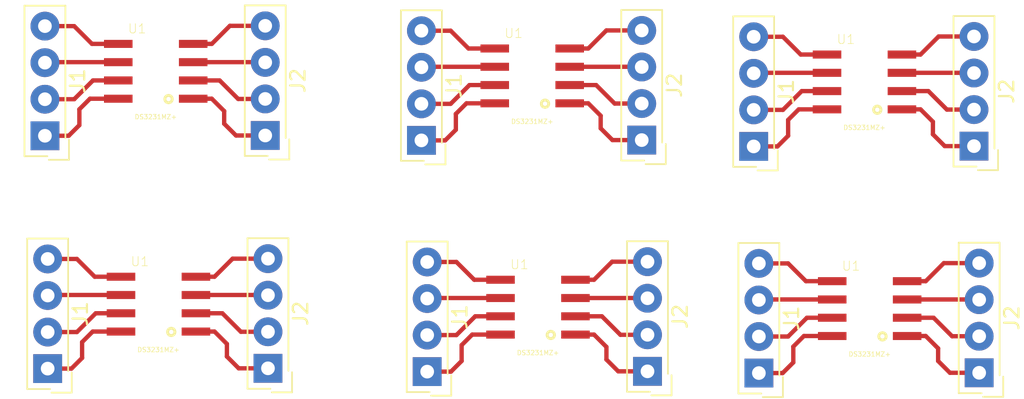
<source format=kicad_pcb>
(kicad_pcb (version 20221018) (generator pcbnew)
  (layers (0 "F.Cu" signal) (31 "B.Cu" signal) (34 "B.Paste" user) (35 "F.Paste" user) (36 "B.SilkS" user "B.Silkscreen") (37 "F.SilkS" user "F.Silkscreen") (38 "B.Mask" user) (39 "F.Mask" user) (44 "Edge.Cuts" user))
  (net 0 "")
  (net 1 "Net-(J1-Pad1)")
  (net 2 "/7")
  (net 3 "Net-(J1-Pad3)")
  (net 4 "/5")
  (net 5 "Net-(J2-Pad1)")
  (net 6 "/2")
  (net 7 "Net-(J2-Pad3)")
  (net 8 "/4")
  (footprint "Connectors_Samtec:SL-104-X-XX_1x04" (layer "F.Cu") (at 149.48 68.79 180)
    (fp_text reference "J1" (at -2.27 3.81 270) (layer "F.SilkS"))
    (fp_text value "Conn_01x04")
    (fp_line (start -1.67 -1.67) (end -1.67 -0.27) (stroke (width 0.12)) (layer "F.SilkS"))
    (fp_line (start -1.42 9.04) (end -1.42 -0.17) (stroke (width 0.12)) (layer "F.SilkS"))
    (fp_line (start -0.27 -1.67) (end -1.67 -1.67) (stroke (width 0.12)) (layer "F.SilkS"))
    (fp_line (start -0.17 -1.42) (end 1.42 -1.42) (stroke (width 0.12)) (layer "F.SilkS"))
    (fp_line (start 1.42 -1.42) (end 1.42 9.04) (stroke (width 0.12)) (layer "F.SilkS"))
    (fp_line (start 1.42 9.04) (end -1.42 9.04) (stroke (width 0.12)) (layer "F.SilkS"))
    (pad "1" thru_hole rect (at 0 0 180) (size 2 2) (drill 0.95) (layers "*.Cu" "*.Mask") (net 1 "Net-(J1-Pad1)"))
    (pad "2" thru_hole circle (at 0 2.54 180) (size 2 2) (drill 0.95) (layers "*.Cu" "*.Mask") (net 2 "/7"))
    (pad "3" thru_hole circle (at 0 5.08 180) (size 2 2) (drill 0.95) (layers "*.Cu" "*.Mask") (net 3 "Net-(J1-Pad3)"))
    (pad "4" thru_hole circle (at 0 7.62 180) (size 2 2) (drill 0.95) (layers "*.Cu" "*.Mask") (net 4 "/5"))
  )
  (footprint "Connectors_Samtec:SL-104-X-XX_1x04" (layer "F.Cu") (at 164.77 68.77 180)
    (fp_text reference "J2" (at -2.27 3.81 270) (layer "F.SilkS"))
    (fp_text value "Conn_01x04")
    (fp_line (start -1.67 -1.67) (end -1.67 -0.27) (stroke (width 0.12)) (layer "F.SilkS"))
    (fp_line (start -1.42 9.04) (end -1.42 -0.17) (stroke (width 0.12)) (layer "F.SilkS"))
    (fp_line (start -0.27 -1.67) (end -1.67 -1.67) (stroke (width 0.12)) (layer "F.SilkS"))
    (fp_line (start -0.17 -1.42) (end 1.42 -1.42) (stroke (width 0.12)) (layer "F.SilkS"))
    (fp_line (start 1.42 -1.42) (end 1.42 9.04) (stroke (width 0.12)) (layer "F.SilkS"))
    (fp_line (start 1.42 9.04) (end -1.42 9.04) (stroke (width 0.12)) (layer "F.SilkS"))
    (pad "1" thru_hole rect (at 0 0 180) (size 2 2) (drill 0.95) (layers "*.Cu" "*.Mask") (net 5 "Net-(J2-Pad1)"))
    (pad "2" thru_hole circle (at 0 2.54 180) (size 2 2) (drill 0.95) (layers "*.Cu" "*.Mask") (net 6 "/2"))
    (pad "3" thru_hole circle (at 0 5.08 180) (size 2 2) (drill 0.95) (layers "*.Cu" "*.Mask") (net 7 "Net-(J2-Pad3)"))
    (pad "4" thru_hole circle (at 0 7.62 180) (size 2 2) (drill 0.95) (layers "*.Cu" "*.Mask") (net 8 "/4"))
  )
  (footprint "DS3231MZ_:SOIC8_150MIL" (layer "F.Cu") (at 157.17 64.31 90)
    (fp_text reference "U1" (at 2.96 -1.29 180) (layer "F.SilkS") (effects (font (size 0.641968 0.641968) (thickness 0.05))))
    (fp_text value "DS3231MZ+" (at -3.17 0 180) (layer "F.SilkS") (effects (font (size 0.320691 0.320691) (thickness 0.05))))
    (fp_circle (center -1.9304 0.889) (end -1.6764 0.889) (stroke (width 0.2032)) (fill none) (layer "F.SilkS"))
    (pad "1" smd rect (at -1.905 2.6 90) (size 0.5588 1.9812) (layers "F.Cu" "F.Paste" "F.Mask") (net 5 "Net-(J2-Pad1)"))
    (pad "2" smd rect (at -0.635 2.6 90) (size 0.5588 1.9812) (layers "F.Cu" "F.Paste" "F.Mask") (net 6 "/2"))
    (pad "3" smd rect (at 0.635 2.6 90) (size 0.5588 1.9812) (layers "F.Cu" "F.Paste" "F.Mask") (net 7 "Net-(J2-Pad3)"))
    (pad "4" smd rect (at 1.905 2.6 90) (size 0.5588 1.9812) (layers "F.Cu" "F.Paste" "F.Mask") (net 8 "/4"))
    (pad "5" smd rect (at 1.905 -2.6 90) (size 0.5588 1.9812) (layers "F.Cu" "F.Paste" "F.Mask") (net 4 "/5"))
    (pad "6" smd rect (at 0.635 -2.6 90) (size 0.5588 1.9812) (layers "F.Cu" "F.Paste" "F.Mask") (net 3 "Net-(J1-Pad3)"))
    (pad "7" smd rect (at -0.635 -2.6 90) (size 0.5588 1.9812) (layers "F.Cu" "F.Paste" "F.Mask") (net 2 "/7"))
    (pad "8" smd rect (at -1.905 -2.6 90) (size 0.5588 1.9812) (layers "F.Cu" "F.Paste" "F.Mask") (net 1 "Net-(J1-Pad1)"))
  )
  (footprint "Connectors_Samtec:SL-104-X-XX_1x04" (layer "F.Cu") (at 175.61 69.11 180)
    (fp_text reference "J1" (at -2.27 3.81 270) (layer "F.SilkS"))
    (fp_text value "Conn_01x04")
    (fp_line (start -1.67 -1.67) (end -1.67 -0.27) (stroke (width 0.12)) (layer "F.SilkS"))
    (fp_line (start -1.42 9.04) (end -1.42 -0.17) (stroke (width 0.12)) (layer "F.SilkS"))
    (fp_line (start -0.27 -1.67) (end -1.67 -1.67) (stroke (width 0.12)) (layer "F.SilkS"))
    (fp_line (start -0.17 -1.42) (end 1.42 -1.42) (stroke (width 0.12)) (layer "F.SilkS"))
    (fp_line (start 1.42 -1.42) (end 1.42 9.04) (stroke (width 0.12)) (layer "F.SilkS"))
    (fp_line (start 1.42 9.04) (end -1.42 9.04) (stroke (width 0.12)) (layer "F.SilkS"))
    (pad "1" thru_hole rect (at 0 0 180) (size 2 2) (drill 0.95) (layers "*.Cu" "*.Mask") (net 1 "Net-(J1-Pad1)"))
    (pad "2" thru_hole circle (at 0 2.54 180) (size 2 2) (drill 0.95) (layers "*.Cu" "*.Mask") (net 2 "/7"))
    (pad "3" thru_hole circle (at 0 5.08 180) (size 2 2) (drill 0.95) (layers "*.Cu" "*.Mask") (net 3 "Net-(J1-Pad3)"))
    (pad "4" thru_hole circle (at 0 7.62 180) (size 2 2) (drill 0.95) (layers "*.Cu" "*.Mask") (net 4 "/5"))
  )
  (footprint "DS3231MZ_:SOIC8_150MIL" (layer "F.Cu") (at 183.3 64.63 90)
    (fp_text reference "U1" (at 2.96 -1.29 180) (layer "F.SilkS") (effects (font (size 0.641968 0.641968) (thickness 0.05))))
    (fp_text value "DS3231MZ+" (at -3.17 0 180) (layer "F.SilkS") (effects (font (size 0.320691 0.320691) (thickness 0.05))))
    (fp_circle (center -1.9304 0.889) (end -1.6764 0.889) (stroke (width 0.2032)) (fill none) (layer "F.SilkS"))
    (pad "1" smd rect (at -1.905 2.6 90) (size 0.5588 1.9812) (layers "F.Cu" "F.Paste" "F.Mask") (net 5 "Net-(J2-Pad1)"))
    (pad "2" smd rect (at -0.635 2.6 90) (size 0.5588 1.9812) (layers "F.Cu" "F.Paste" "F.Mask") (net 6 "/2"))
    (pad "3" smd rect (at 0.635 2.6 90) (size 0.5588 1.9812) (layers "F.Cu" "F.Paste" "F.Mask") (net 7 "Net-(J2-Pad3)"))
    (pad "4" smd rect (at 1.905 2.6 90) (size 0.5588 1.9812) (layers "F.Cu" "F.Paste" "F.Mask") (net 8 "/4"))
    (pad "5" smd rect (at 1.905 -2.6 90) (size 0.5588 1.9812) (layers "F.Cu" "F.Paste" "F.Mask") (net 4 "/5"))
    (pad "6" smd rect (at 0.635 -2.6 90) (size 0.5588 1.9812) (layers "F.Cu" "F.Paste" "F.Mask") (net 3 "Net-(J1-Pad3)"))
    (pad "7" smd rect (at -0.635 -2.6 90) (size 0.5588 1.9812) (layers "F.Cu" "F.Paste" "F.Mask") (net 2 "/7"))
    (pad "8" smd rect (at -1.905 -2.6 90) (size 0.5588 1.9812) (layers "F.Cu" "F.Paste" "F.Mask") (net 1 "Net-(J1-Pad1)"))
  )
  (footprint "Connectors_Samtec:SL-104-X-XX_1x04" (layer "F.Cu") (at 190.9 69.09 180)
    (fp_text reference "J2" (at -2.27 3.81 270) (layer "F.SilkS"))
    (fp_text value "Conn_01x04")
    (fp_line (start -1.67 -1.67) (end -1.67 -0.27) (stroke (width 0.12)) (layer "F.SilkS"))
    (fp_line (start -1.42 9.04) (end -1.42 -0.17) (stroke (width 0.12)) (layer "F.SilkS"))
    (fp_line (start -0.27 -1.67) (end -1.67 -1.67) (stroke (width 0.12)) (layer "F.SilkS"))
    (fp_line (start -0.17 -1.42) (end 1.42 -1.42) (stroke (width 0.12)) (layer "F.SilkS"))
    (fp_line (start 1.42 -1.42) (end 1.42 9.04) (stroke (width 0.12)) (layer "F.SilkS"))
    (fp_line (start 1.42 9.04) (end -1.42 9.04) (stroke (width 0.12)) (layer "F.SilkS"))
    (pad "1" thru_hole rect (at 0 0 180) (size 2 2) (drill 0.95) (layers "*.Cu" "*.Mask") (net 5 "Net-(J2-Pad1)"))
    (pad "2" thru_hole circle (at 0 2.54 180) (size 2 2) (drill 0.95) (layers "*.Cu" "*.Mask") (net 6 "/2"))
    (pad "3" thru_hole circle (at 0 5.08 180) (size 2 2) (drill 0.95) (layers "*.Cu" "*.Mask") (net 7 "Net-(J2-Pad3)"))
    (pad "4" thru_hole circle (at 0 7.62 180) (size 2 2) (drill 0.95) (layers "*.Cu" "*.Mask") (net 8 "/4"))
  )
  (footprint "Connectors_Samtec:SL-104-X-XX_1x04" (layer "F.Cu") (at 198.67 69.53 180)
    (fp_text reference "J1" (at -2.27 3.81 270) (layer "F.SilkS"))
    (fp_text value "Conn_01x04")
    (fp_line (start -1.67 -1.67) (end -1.67 -0.27) (stroke (width 0.12)) (layer "F.SilkS"))
    (fp_line (start -1.42 9.04) (end -1.42 -0.17) (stroke (width 0.12)) (layer "F.SilkS"))
    (fp_line (start -0.27 -1.67) (end -1.67 -1.67) (stroke (width 0.12)) (layer "F.SilkS"))
    (fp_line (start -0.17 -1.42) (end 1.42 -1.42) (stroke (width 0.12)) (layer "F.SilkS"))
    (fp_line (start 1.42 -1.42) (end 1.42 9.04) (stroke (width 0.12)) (layer "F.SilkS"))
    (fp_line (start 1.42 9.04) (end -1.42 9.04) (stroke (width 0.12)) (layer "F.SilkS"))
    (pad "1" thru_hole rect (at 0 0 180) (size 2 2) (drill 0.95) (layers "*.Cu" "*.Mask") (net 1 "Net-(J1-Pad1)"))
    (pad "2" thru_hole circle (at 0 2.54 180) (size 2 2) (drill 0.95) (layers "*.Cu" "*.Mask") (net 2 "/7"))
    (pad "3" thru_hole circle (at 0 5.08 180) (size 2 2) (drill 0.95) (layers "*.Cu" "*.Mask") (net 3 "Net-(J1-Pad3)"))
    (pad "4" thru_hole circle (at 0 7.62 180) (size 2 2) (drill 0.95) (layers "*.Cu" "*.Mask") (net 4 "/5"))
  )
  (footprint "DS3231MZ_:SOIC8_150MIL" (layer "F.Cu") (at 206.36 65.05 90)
    (fp_text reference "U1" (at 2.96 -1.29 180) (layer "F.SilkS") (effects (font (size 0.641968 0.641968) (thickness 0.05))))
    (fp_text value "DS3231MZ+" (at -3.17 0 180) (layer "F.SilkS") (effects (font (size 0.320691 0.320691) (thickness 0.05))))
    (fp_circle (center -1.9304 0.889) (end -1.6764 0.889) (stroke (width 0.2032)) (fill none) (layer "F.SilkS"))
    (pad "1" smd rect (at -1.905 2.6 90) (size 0.5588 1.9812) (layers "F.Cu" "F.Paste" "F.Mask") (net 5 "Net-(J2-Pad1)"))
    (pad "2" smd rect (at -0.635 2.6 90) (size 0.5588 1.9812) (layers "F.Cu" "F.Paste" "F.Mask") (net 6 "/2"))
    (pad "3" smd rect (at 0.635 2.6 90) (size 0.5588 1.9812) (layers "F.Cu" "F.Paste" "F.Mask") (net 7 "Net-(J2-Pad3)"))
    (pad "4" smd rect (at 1.905 2.6 90) (size 0.5588 1.9812) (layers "F.Cu" "F.Paste" "F.Mask") (net 8 "/4"))
    (pad "5" smd rect (at 1.905 -2.6 90) (size 0.5588 1.9812) (layers "F.Cu" "F.Paste" "F.Mask") (net 4 "/5"))
    (pad "6" smd rect (at 0.635 -2.6 90) (size 0.5588 1.9812) (layers "F.Cu" "F.Paste" "F.Mask") (net 3 "Net-(J1-Pad3)"))
    (pad "7" smd rect (at -0.635 -2.6 90) (size 0.5588 1.9812) (layers "F.Cu" "F.Paste" "F.Mask") (net 2 "/7"))
    (pad "8" smd rect (at -1.905 -2.6 90) (size 0.5588 1.9812) (layers "F.Cu" "F.Paste" "F.Mask") (net 1 "Net-(J1-Pad1)"))
  )
  (footprint "Connectors_Samtec:SL-104-X-XX_1x04" (layer "F.Cu") (at 213.96 69.51 180)
    (fp_text reference "J2" (at -2.27 3.81 270) (layer "F.SilkS"))
    (fp_text value "Conn_01x04")
    (fp_line (start -1.67 -1.67) (end -1.67 -0.27) (stroke (width 0.12)) (layer "F.SilkS"))
    (fp_line (start -1.42 9.04) (end -1.42 -0.17) (stroke (width 0.12)) (layer "F.SilkS"))
    (fp_line (start -0.27 -1.67) (end -1.67 -1.67) (stroke (width 0.12)) (layer "F.SilkS"))
    (fp_line (start -0.17 -1.42) (end 1.42 -1.42) (stroke (width 0.12)) (layer "F.SilkS"))
    (fp_line (start 1.42 -1.42) (end 1.42 9.04) (stroke (width 0.12)) (layer "F.SilkS"))
    (fp_line (start 1.42 9.04) (end -1.42 9.04) (stroke (width 0.12)) (layer "F.SilkS"))
    (pad "1" thru_hole rect (at 0 0 180) (size 2 2) (drill 0.95) (layers "*.Cu" "*.Mask") (net 5 "Net-(J2-Pad1)"))
    (pad "2" thru_hole circle (at 0 2.54 180) (size 2 2) (drill 0.95) (layers "*.Cu" "*.Mask") (net 6 "/2"))
    (pad "3" thru_hole circle (at 0 5.08 180) (size 2 2) (drill 0.95) (layers "*.Cu" "*.Mask") (net 7 "Net-(J2-Pad3)"))
    (pad "4" thru_hole circle (at 0 7.62 180) (size 2 2) (drill 0.95) (layers "*.Cu" "*.Mask") (net 8 "/4"))
  )
  (footprint "Connectors_Samtec:SL-104-X-XX_1x04" (layer "F.Cu") (at 149.67 84.97 180)
    (fp_text reference "J1" (at -2.27 3.81 270) (layer "F.SilkS"))
    (fp_text value "Conn_01x04")
    (fp_line (start -1.67 -1.67) (end -1.67 -0.27) (stroke (width 0.12)) (layer "F.SilkS"))
    (fp_line (start -1.42 9.04) (end -1.42 -0.17) (stroke (width 0.12)) (layer "F.SilkS"))
    (fp_line (start -0.27 -1.67) (end -1.67 -1.67) (stroke (width 0.12)) (layer "F.SilkS"))
    (fp_line (start -0.17 -1.42) (end 1.42 -1.42) (stroke (width 0.12)) (layer "F.SilkS"))
    (fp_line (start 1.42 -1.42) (end 1.42 9.04) (stroke (width 0.12)) (layer "F.SilkS"))
    (fp_line (start 1.42 9.04) (end -1.42 9.04) (stroke (width 0.12)) (layer "F.SilkS"))
    (pad "1" thru_hole rect (at 0 0 180) (size 2 2) (drill 0.95) (layers "*.Cu" "*.Mask") (net 1 "Net-(J1-Pad1)"))
    (pad "2" thru_hole circle (at 0 2.54 180) (size 2 2) (drill 0.95) (layers "*.Cu" "*.Mask") (net 2 "/7"))
    (pad "3" thru_hole circle (at 0 5.08 180) (size 2 2) (drill 0.95) (layers "*.Cu" "*.Mask") (net 3 "Net-(J1-Pad3)"))
    (pad "4" thru_hole circle (at 0 7.62 180) (size 2 2) (drill 0.95) (layers "*.Cu" "*.Mask") (net 4 "/5"))
  )
  (footprint "DS3231MZ_:SOIC8_150MIL" (layer "F.Cu") (at 157.36 80.49 90)
    (fp_text reference "U1" (at 2.96 -1.29 180) (layer "F.SilkS") (effects (font (size 0.641968 0.641968) (thickness 0.05))))
    (fp_text value "DS3231MZ+" (at -3.17 0 180) (layer "F.SilkS") (effects (font (size 0.320691 0.320691) (thickness 0.05))))
    (fp_circle (center -1.9304 0.889) (end -1.6764 0.889) (stroke (width 0.2032)) (fill none) (layer "F.SilkS"))
    (pad "1" smd rect (at -1.905 2.6 90) (size 0.5588 1.9812) (layers "F.Cu" "F.Paste" "F.Mask") (net 5 "Net-(J2-Pad1)"))
    (pad "2" smd rect (at -0.635 2.6 90) (size 0.5588 1.9812) (layers "F.Cu" "F.Paste" "F.Mask") (net 6 "/2"))
    (pad "3" smd rect (at 0.635 2.6 90) (size 0.5588 1.9812) (layers "F.Cu" "F.Paste" "F.Mask") (net 7 "Net-(J2-Pad3)"))
    (pad "4" smd rect (at 1.905 2.6 90) (size 0.5588 1.9812) (layers "F.Cu" "F.Paste" "F.Mask") (net 8 "/4"))
    (pad "5" smd rect (at 1.905 -2.6 90) (size 0.5588 1.9812) (layers "F.Cu" "F.Paste" "F.Mask") (net 4 "/5"))
    (pad "6" smd rect (at 0.635 -2.6 90) (size 0.5588 1.9812) (layers "F.Cu" "F.Paste" "F.Mask") (net 3 "Net-(J1-Pad3)"))
    (pad "7" smd rect (at -0.635 -2.6 90) (size 0.5588 1.9812) (layers "F.Cu" "F.Paste" "F.Mask") (net 2 "/7"))
    (pad "8" smd rect (at -1.905 -2.6 90) (size 0.5588 1.9812) (layers "F.Cu" "F.Paste" "F.Mask") (net 1 "Net-(J1-Pad1)"))
  )
  (footprint "Connectors_Samtec:SL-104-X-XX_1x04" (layer "F.Cu") (at 164.96 84.95 180)
    (fp_text reference "J2" (at -2.27 3.81 270) (layer "F.SilkS"))
    (fp_text value "Conn_01x04")
    (fp_line (start -1.67 -1.67) (end -1.67 -0.27) (stroke (width 0.12)) (layer "F.SilkS"))
    (fp_line (start -1.42 9.04) (end -1.42 -0.17) (stroke (width 0.12)) (layer "F.SilkS"))
    (fp_line (start -0.27 -1.67) (end -1.67 -1.67) (stroke (width 0.12)) (layer "F.SilkS"))
    (fp_line (start -0.17 -1.42) (end 1.42 -1.42) (stroke (width 0.12)) (layer "F.SilkS"))
    (fp_line (start 1.42 -1.42) (end 1.42 9.04) (stroke (width 0.12)) (layer "F.SilkS"))
    (fp_line (start 1.42 9.04) (end -1.42 9.04) (stroke (width 0.12)) (layer "F.SilkS"))
    (pad "1" thru_hole rect (at 0 0 180) (size 2 2) (drill 0.95) (layers "*.Cu" "*.Mask") (net 5 "Net-(J2-Pad1)"))
    (pad "2" thru_hole circle (at 0 2.54 180) (size 2 2) (drill 0.95) (layers "*.Cu" "*.Mask") (net 6 "/2"))
    (pad "3" thru_hole circle (at 0 5.08 180) (size 2 2) (drill 0.95) (layers "*.Cu" "*.Mask") (net 7 "Net-(J2-Pad3)"))
    (pad "4" thru_hole circle (at 0 7.62 180) (size 2 2) (drill 0.95) (layers "*.Cu" "*.Mask") (net 8 "/4"))
  )
  (footprint "Connectors_Samtec:SL-104-X-XX_1x04" (layer "F.Cu") (at 176.01 85.18 180)
    (fp_text reference "J1" (at -2.27 3.81 270) (layer "F.SilkS"))
    (fp_text value "Conn_01x04")
    (fp_line (start -1.67 -1.67) (end -1.67 -0.27) (stroke (width 0.12)) (layer "F.SilkS"))
    (fp_line (start -1.42 9.04) (end -1.42 -0.17) (stroke (width 0.12)) (layer "F.SilkS"))
    (fp_line (start -0.27 -1.67) (end -1.67 -1.67) (stroke (width 0.12)) (layer "F.SilkS"))
    (fp_line (start -0.17 -1.42) (end 1.42 -1.42) (stroke (width 0.12)) (layer "F.SilkS"))
    (fp_line (start 1.42 -1.42) (end 1.42 9.04) (stroke (width 0.12)) (layer "F.SilkS"))
    (fp_line (start 1.42 9.04) (end -1.42 9.04) (stroke (width 0.12)) (layer "F.SilkS"))
    (pad "1" thru_hole rect (at 0 0 180) (size 2 2) (drill 0.95) (layers "*.Cu" "*.Mask") (net 1 "Net-(J1-Pad1)"))
    (pad "2" thru_hole circle (at 0 2.54 180) (size 2 2) (drill 0.95) (layers "*.Cu" "*.Mask") (net 2 "/7"))
    (pad "3" thru_hole circle (at 0 5.08 180) (size 2 2) (drill 0.95) (layers "*.Cu" "*.Mask") (net 3 "Net-(J1-Pad3)"))
    (pad "4" thru_hole circle (at 0 7.62 180) (size 2 2) (drill 0.95) (layers "*.Cu" "*.Mask") (net 4 "/5"))
  )
  (footprint "DS3231MZ_:SOIC8_150MIL" (layer "F.Cu") (at 183.7 80.7 90)
    (fp_text reference "U1" (at 2.96 -1.29 180) (layer "F.SilkS") (effects (font (size 0.641968 0.641968) (thickness 0.05))))
    (fp_text value "DS3231MZ+" (at -3.17 0 180) (layer "F.SilkS") (effects (font (size 0.320691 0.320691) (thickness 0.05))))
    (fp_circle (center -1.9304 0.889) (end -1.6764 0.889) (stroke (width 0.2032)) (fill none) (layer "F.SilkS"))
    (pad "1" smd rect (at -1.905 2.6 90) (size 0.5588 1.9812) (layers "F.Cu" "F.Paste" "F.Mask") (net 5 "Net-(J2-Pad1)"))
    (pad "2" smd rect (at -0.635 2.6 90) (size 0.5588 1.9812) (layers "F.Cu" "F.Paste" "F.Mask") (net 6 "/2"))
    (pad "3" smd rect (at 0.635 2.6 90) (size 0.5588 1.9812) (layers "F.Cu" "F.Paste" "F.Mask") (net 7 "Net-(J2-Pad3)"))
    (pad "4" smd rect (at 1.905 2.6 90) (size 0.5588 1.9812) (layers "F.Cu" "F.Paste" "F.Mask") (net 8 "/4"))
    (pad "5" smd rect (at 1.905 -2.6 90) (size 0.5588 1.9812) (layers "F.Cu" "F.Paste" "F.Mask") (net 4 "/5"))
    (pad "6" smd rect (at 0.635 -2.6 90) (size 0.5588 1.9812) (layers "F.Cu" "F.Paste" "F.Mask") (net 3 "Net-(J1-Pad3)"))
    (pad "7" smd rect (at -0.635 -2.6 90) (size 0.5588 1.9812) (layers "F.Cu" "F.Paste" "F.Mask") (net 2 "/7"))
    (pad "8" smd rect (at -1.905 -2.6 90) (size 0.5588 1.9812) (layers "F.Cu" "F.Paste" "F.Mask") (net 1 "Net-(J1-Pad1)"))
  )
  (footprint "Connectors_Samtec:SL-104-X-XX_1x04" (layer "F.Cu") (at 191.3 85.16 180)
    (fp_text reference "J2" (at -2.27 3.81 270) (layer "F.SilkS"))
    (fp_text value "Conn_01x04")
    (fp_line (start -1.67 -1.67) (end -1.67 -0.27) (stroke (width 0.12)) (layer "F.SilkS"))
    (fp_line (start -1.42 9.04) (end -1.42 -0.17) (stroke (width 0.12)) (layer "F.SilkS"))
    (fp_line (start -0.27 -1.67) (end -1.67 -1.67) (stroke (width 0.12)) (layer "F.SilkS"))
    (fp_line (start -0.17 -1.42) (end 1.42 -1.42) (stroke (width 0.12)) (layer "F.SilkS"))
    (fp_line (start 1.42 -1.42) (end 1.42 9.04) (stroke (width 0.12)) (layer "F.SilkS"))
    (fp_line (start 1.42 9.04) (end -1.42 9.04) (stroke (width 0.12)) (layer "F.SilkS"))
    (pad "1" thru_hole rect (at 0 0 180) (size 2 2) (drill 0.95) (layers "*.Cu" "*.Mask") (net 5 "Net-(J2-Pad1)"))
    (pad "2" thru_hole circle (at 0 2.54 180) (size 2 2) (drill 0.95) (layers "*.Cu" "*.Mask") (net 6 "/2"))
    (pad "3" thru_hole circle (at 0 5.08 180) (size 2 2) (drill 0.95) (layers "*.Cu" "*.Mask") (net 7 "Net-(J2-Pad3)"))
    (pad "4" thru_hole circle (at 0 7.62 180) (size 2 2) (drill 0.95) (layers "*.Cu" "*.Mask") (net 8 "/4"))
  )
  (footprint "Connectors_Samtec:SL-104-X-XX_1x04" (layer "F.Cu") (at 199.03 85.28 180)
    (fp_text reference "J1" (at -2.27 3.81 270) (layer "F.SilkS"))
    (fp_text value "Conn_01x04")
    (fp_line (start -1.67 -1.67) (end -1.67 -0.27) (stroke (width 0.12)) (layer "F.SilkS"))
    (fp_line (start -1.42 9.04) (end -1.42 -0.17) (stroke (width 0.12)) (layer "F.SilkS"))
    (fp_line (start -0.27 -1.67) (end -1.67 -1.67) (stroke (width 0.12)) (layer "F.SilkS"))
    (fp_line (start -0.17 -1.42) (end 1.42 -1.42) (stroke (width 0.12)) (layer "F.SilkS"))
    (fp_line (start 1.42 -1.42) (end 1.42 9.04) (stroke (width 0.12)) (layer "F.SilkS"))
    (fp_line (start 1.42 9.04) (end -1.42 9.04) (stroke (width 0.12)) (layer "F.SilkS"))
    (pad "1" thru_hole rect (at 0 0 180) (size 2 2) (drill 0.95) (layers "*.Cu" "*.Mask") (net 1 "Net-(J1-Pad1)"))
    (pad "2" thru_hole circle (at 0 2.54 180) (size 2 2) (drill 0.95) (layers "*.Cu" "*.Mask") (net 2 "/7"))
    (pad "3" thru_hole circle (at 0 5.08 180) (size 2 2) (drill 0.95) (layers "*.Cu" "*.Mask") (net 3 "Net-(J1-Pad3)"))
    (pad "4" thru_hole circle (at 0 7.62 180) (size 2 2) (drill 0.95) (layers "*.Cu" "*.Mask") (net 4 "/5"))
  )
  (footprint "DS3231MZ_:SOIC8_150MIL" (layer "F.Cu") (at 206.72 80.8 90)
    (fp_text reference "U1" (at 2.96 -1.29 180) (layer "F.SilkS") (effects (font (size 0.641968 0.641968) (thickness 0.05))))
    (fp_text value "DS3231MZ+" (at -3.17 0 180) (layer "F.SilkS") (effects (font (size 0.320691 0.320691) (thickness 0.05))))
    (fp_circle (center -1.9304 0.889) (end -1.6764 0.889) (stroke (width 0.2032)) (fill none) (layer "F.SilkS"))
    (pad "1" smd rect (at -1.905 2.6 90) (size 0.5588 1.9812) (layers "F.Cu" "F.Paste" "F.Mask") (net 5 "Net-(J2-Pad1)"))
    (pad "2" smd rect (at -0.635 2.6 90) (size 0.5588 1.9812) (layers "F.Cu" "F.Paste" "F.Mask") (net 6 "/2"))
    (pad "3" smd rect (at 0.635 2.6 90) (size 0.5588 1.9812) (layers "F.Cu" "F.Paste" "F.Mask") (net 7 "Net-(J2-Pad3)"))
    (pad "4" smd rect (at 1.905 2.6 90) (size 0.5588 1.9812) (layers "F.Cu" "F.Paste" "F.Mask") (net 8 "/4"))
    (pad "5" smd rect (at 1.905 -2.6 90) (size 0.5588 1.9812) (layers "F.Cu" "F.Paste" "F.Mask") (net 4 "/5"))
    (pad "6" smd rect (at 0.635 -2.6 90) (size 0.5588 1.9812) (layers "F.Cu" "F.Paste" "F.Mask") (net 3 "Net-(J1-Pad3)"))
    (pad "7" smd rect (at -0.635 -2.6 90) (size 0.5588 1.9812) (layers "F.Cu" "F.Paste" "F.Mask") (net 2 "/7"))
    (pad "8" smd rect (at -1.905 -2.6 90) (size 0.5588 1.9812) (layers "F.Cu" "F.Paste" "F.Mask") (net 1 "Net-(J1-Pad1)"))
  )
  (footprint "Connectors_Samtec:SL-104-X-XX_1x04" (layer "F.Cu") (at 214.32 85.26 180)
    (fp_text reference "J2" (at -2.27 3.81 270) (layer "F.SilkS"))
    (fp_text value "Conn_01x04")
    (fp_line (start -1.67 -1.67) (end -1.67 -0.27) (stroke (width 0.12)) (layer "F.SilkS"))
    (fp_line (start -1.42 9.04) (end -1.42 -0.17) (stroke (width 0.12)) (layer "F.SilkS"))
    (fp_line (start -0.27 -1.67) (end -1.67 -1.67) (stroke (width 0.12)) (layer "F.SilkS"))
    (fp_line (start -0.17 -1.42) (end 1.42 -1.42) (stroke (width 0.12)) (layer "F.SilkS"))
    (fp_line (start 1.42 -1.42) (end 1.42 9.04) (stroke (width 0.12)) (layer "F.SilkS"))
    (fp_line (start 1.42 9.04) (end -1.42 9.04) (stroke (width 0.12)) (layer "F.SilkS"))
    (pad "1" thru_hole rect (at 0 0 180) (size 2 2) (drill 0.95) (layers "*.Cu" "*.Mask") (net 5 "Net-(J2-Pad1)"))
    (pad "2" thru_hole circle (at 0 2.54 180) (size 2 2) (drill 0.95) (layers "*.Cu" "*.Mask") (net 6 "/2"))
    (pad "3" thru_hole circle (at 0 5.08 180) (size 2 2) (drill 0.95) (layers "*.Cu" "*.Mask") (net 7 "Net-(J2-Pad3)"))
    (pad "4" thru_hole circle (at 0 7.62 180) (size 2 2) (drill 0.95) (layers "*.Cu" "*.Mask") (net 8 "/4"))
  )
  (segment (start 178.735 66.535) (end 180.7 66.535) (width 0.3) (layer "F.Cu") (net 1))
  (segment (start 178 68.37) (end 178 67.27) (width 0.3) (layer "F.Cu") (net 1))
  (segment (start 178 67.27) (end 178.735 66.535) (width 0.3) (layer "F.Cu") (net 1))
  (segment (start 177.26 69.11) (end 178 68.37) (width 0.3) (layer "F.Cu") (net 1))
  (segment (start 175.61 69.11) (end 177.26 69.11) (width 0.3) (layer "F.Cu") (net 1))
  (segment (start 201.795 66.955) (end 203.76 66.955) (width 0.3) (layer "F.Cu") (net 1))
  (segment (start 201.06 68.79) (end 201.06 67.69) (width 0.3) (layer "F.Cu") (net 1))
  (segment (start 201.06 67.69) (end 201.795 66.955) (width 0.3) (layer "F.Cu") (net 1))
  (segment (start 200.32 69.53) (end 201.06 68.79) (width 0.3) (layer "F.Cu") (net 1))
  (segment (start 198.67 69.53) (end 200.32 69.53) (width 0.3) (layer "F.Cu") (net 1))
  (segment (start 152.795 82.395) (end 154.76 82.395) (width 0.3) (layer "F.Cu") (net 1))
  (segment (start 152.06 84.23) (end 152.06 83.13) (width 0.3) (layer "F.Cu") (net 1))
  (segment (start 152.06 83.13) (end 152.795 82.395) (width 0.3) (layer "F.Cu") (net 1))
  (segment (start 151.32 84.97) (end 152.06 84.23) (width 0.3) (layer "F.Cu") (net 1))
  (segment (start 149.67 84.97) (end 151.32 84.97) (width 0.3) (layer "F.Cu") (net 1))
  (segment (start 179.135 82.605) (end 181.1 82.605) (width 0.3) (layer "F.Cu") (net 1))
  (segment (start 178.4 84.44) (end 178.4 83.34) (width 0.3) (layer "F.Cu") (net 1))
  (segment (start 178.4 83.34) (end 179.135 82.605) (width 0.3) (layer "F.Cu") (net 1))
  (segment (start 177.66 85.18) (end 178.4 84.44) (width 0.3) (layer "F.Cu") (net 1))
  (segment (start 176.01 85.18) (end 177.66 85.18) (width 0.3) (layer "F.Cu") (net 1))
  (segment (start 202.155 82.705) (end 204.12 82.705) (width 0.3) (layer "F.Cu") (net 1))
  (segment (start 201.42 84.54) (end 201.42 83.44) (width 0.3) (layer "F.Cu") (net 1))
  (segment (start 201.42 83.44) (end 202.155 82.705) (width 0.3) (layer "F.Cu") (net 1))
  (segment (start 200.68 85.28) (end 201.42 84.54) (width 0.3) (layer "F.Cu") (net 1))
  (segment (start 199.03 85.28) (end 200.68 85.28) (width 0.3) (layer "F.Cu") (net 1))
  (segment (start 149.48 68.79) (end 151.13 68.79) (width 0.3) (layer "F.Cu") (net 1))
  (segment (start 151.87 66.95) (end 152.605 66.215) (width 0.3) (layer "F.Cu") (net 1))
  (segment (start 151.87 68.05) (end 151.87 66.95) (width 0.3) (layer "F.Cu") (net 1))
  (segment (start 151.13 68.79) (end 151.87 68.05) (width 0.3) (layer "F.Cu") (net 1))
  (segment (start 152.605 66.215) (end 154.57 66.215) (width 0.3) (layer "F.Cu") (net 1))
  (segment (start 178.945 65.265) (end 177.64 66.57) (width 0.3) (layer "F.Cu") (net 2))
  (segment (start 180.7 65.265) (end 178.945 65.265) (width 0.3) (layer "F.Cu") (net 2))
  (segment (start 177.64 66.57) (end 175.61 66.57) (width 0.3) (layer "F.Cu") (net 2))
  (segment (start 202.005 65.685) (end 200.7 66.99) (width 0.3) (layer "F.Cu") (net 2))
  (segment (start 203.76 65.685) (end 202.005 65.685) (width 0.3) (layer "F.Cu") (net 2))
  (segment (start 200.7 66.99) (end 198.67 66.99) (width 0.3) (layer "F.Cu") (net 2))
  (segment (start 153.005 81.125) (end 151.7 82.43) (width 0.3) (layer "F.Cu") (net 2))
  (segment (start 154.76 81.125) (end 153.005 81.125) (width 0.3) (layer "F.Cu") (net 2))
  (segment (start 151.7 82.43) (end 149.67 82.43) (width 0.3) (layer "F.Cu") (net 2))
  (segment (start 179.345 81.335) (end 178.04 82.64) (width 0.3) (layer "F.Cu") (net 2))
  (segment (start 181.1 81.335) (end 179.345 81.335) (width 0.3) (layer "F.Cu") (net 2))
  (segment (start 178.04 82.64) (end 176.01 82.64) (width 0.3) (layer "F.Cu") (net 2))
  (segment (start 202.365 81.435) (end 201.06 82.74) (width 0.3) (layer "F.Cu") (net 2))
  (segment (start 204.12 81.435) (end 202.365 81.435) (width 0.3) (layer "F.Cu") (net 2))
  (segment (start 201.06 82.74) (end 199.03 82.74) (width 0.3) (layer "F.Cu") (net 2))
  (segment (start 152.815 64.945) (end 151.51 66.25) (width 0.3) (layer "F.Cu") (net 2))
  (segment (start 151.51 66.25) (end 149.48 66.25) (width 0.3) (layer "F.Cu") (net 2))
  (segment (start 154.57 64.945) (end 152.815 64.945) (width 0.3) (layer "F.Cu") (net 2))
  (segment (start 175.645 63.995) (end 175.61 64.03) (width 0.3) (layer "F.Cu") (net 3))
  (segment (start 180.7 63.995) (end 175.645 63.995) (width 0.3) (layer "F.Cu") (net 3))
  (segment (start 198.705 64.415) (end 198.67 64.45) (width 0.3) (layer "F.Cu") (net 3))
  (segment (start 203.76 64.415) (end 198.705 64.415) (width 0.3) (layer "F.Cu") (net 3))
  (segment (start 149.705 79.855) (end 149.67 79.89) (width 0.3) (layer "F.Cu") (net 3))
  (segment (start 154.76 79.855) (end 149.705 79.855) (width 0.3) (layer "F.Cu") (net 3))
  (segment (start 176.045 80.065) (end 176.01 80.1) (width 0.3) (layer "F.Cu") (net 3))
  (segment (start 181.1 80.065) (end 176.045 80.065) (width 0.3) (layer "F.Cu") (net 3))
  (segment (start 199.065 80.165) (end 199.03 80.2) (width 0.3) (layer "F.Cu") (net 3))
  (segment (start 204.12 80.165) (end 199.065 80.165) (width 0.3) (layer "F.Cu") (net 3))
  (segment (start 154.57 63.675) (end 149.515 63.675) (width 0.3) (layer "F.Cu") (net 3))
  (segment (start 149.515 63.675) (end 149.48 63.71) (width 0.3) (layer "F.Cu") (net 3))
  (segment (start 177.64 61.49) (end 175.61 61.49) (width 0.3) (layer "F.Cu") (net 4))
  (segment (start 178.875 62.725) (end 177.64 61.49) (width 0.3) (layer "F.Cu") (net 4))
  (segment (start 180.7 62.725) (end 178.875 62.725) (width 0.3) (layer "F.Cu") (net 4))
  (segment (start 200.7 61.91) (end 198.67 61.91) (width 0.3) (layer "F.Cu") (net 4))
  (segment (start 201.935 63.145) (end 200.7 61.91) (width 0.3) (layer "F.Cu") (net 4))
  (segment (start 203.76 63.145) (end 201.935 63.145) (width 0.3) (layer "F.Cu") (net 4))
  (segment (start 151.7 77.35) (end 149.67 77.35) (width 0.3) (layer "F.Cu") (net 4))
  (segment (start 152.935 78.585) (end 151.7 77.35) (width 0.3) (layer "F.Cu") (net 4))
  (segment (start 154.76 78.585) (end 152.935 78.585) (width 0.3) (layer "F.Cu") (net 4))
  (segment (start 178.04 77.56) (end 176.01 77.56) (width 0.3) (layer "F.Cu") (net 4))
  (segment (start 179.275 78.795) (end 178.04 77.56) (width 0.3) (layer "F.Cu") (net 4))
  (segment (start 181.1 78.795) (end 179.275 78.795) (width 0.3) (layer "F.Cu") (net 4))
  (segment (start 201.06 77.66) (end 199.03 77.66) (width 0.3) (layer "F.Cu") (net 4))
  (segment (start 202.295 78.895) (end 201.06 77.66) (width 0.3) (layer "F.Cu") (net 4))
  (segment (start 204.12 78.895) (end 202.295 78.895) (width 0.3) (layer "F.Cu") (net 4))
  (segment (start 152.745 62.405) (end 151.51 61.17) (width 0.3) (layer "F.Cu") (net 4))
  (segment (start 154.57 62.405) (end 152.745 62.405) (width 0.3) (layer "F.Cu") (net 4))
  (segment (start 151.51 61.17) (end 149.48 61.17) (width 0.3) (layer "F.Cu") (net 4))
  (segment (start 188.05 68.27) (end 188.87 69.09) (width 0.3) (layer "F.Cu") (net 5))
  (segment (start 188.87 69.09) (end 190.9 69.09) (width 0.3) (layer "F.Cu") (net 5))
  (segment (start 188.05 67.3944) (end 188.05 68.27) (width 0.3) (layer "F.Cu") (net 5))
  (segment (start 185.9 66.535) (end 187.1906 66.535) (width 0.3) (layer "F.Cu") (net 5))
  (segment (start 187.1906 66.535) (end 188.05 67.3944) (width 0.3) (layer "F.Cu") (net 5))
  (segment (start 211.11 68.69) (end 211.93 69.51) (width 0.3) (layer "F.Cu") (net 5))
  (segment (start 211.93 69.51) (end 213.96 69.51) (width 0.3) (layer "F.Cu") (net 5))
  (segment (start 211.11 67.8144) (end 211.11 68.69) (width 0.3) (layer "F.Cu") (net 5))
  (segment (start 208.96 66.955) (end 210.2506 66.955) (width 0.3) (layer "F.Cu") (net 5))
  (segment (start 210.2506 66.955) (end 211.11 67.8144) (width 0.3) (layer "F.Cu") (net 5))
  (segment (start 162.11 84.13) (end 162.93 84.95) (width 0.3) (layer "F.Cu") (net 5))
  (segment (start 162.93 84.95) (end 164.96 84.95) (width 0.3) (layer "F.Cu") (net 5))
  (segment (start 162.11 83.2544) (end 162.11 84.13) (width 0.3) (layer "F.Cu") (net 5))
  (segment (start 159.96 82.395) (end 161.2506 82.395) (width 0.3) (layer "F.Cu") (net 5))
  (segment (start 161.2506 82.395) (end 162.11 83.2544) (width 0.3) (layer "F.Cu") (net 5))
  (segment (start 188.45 84.34) (end 189.27 85.16) (width 0.3) (layer "F.Cu") (net 5))
  (segment (start 189.27 85.16) (end 191.3 85.16) (width 0.3) (layer "F.Cu") (net 5))
  (segment (start 188.45 83.4644) (end 188.45 84.34) (width 0.3) (layer "F.Cu") (net 5))
  (segment (start 186.3 82.605) (end 187.5906 82.605) (width 0.3) (layer "F.Cu") (net 5))
  (segment (start 187.5906 82.605) (end 188.45 83.4644) (width 0.3) (layer "F.Cu") (net 5))
  (segment (start 211.47 84.44) (end 212.29 85.26) (width 0.3) (layer "F.Cu") (net 5))
  (segment (start 212.29 85.26) (end 214.32 85.26) (width 0.3) (layer "F.Cu") (net 5))
  (segment (start 211.47 83.5644) (end 211.47 84.44) (width 0.3) (layer "F.Cu") (net 5))
  (segment (start 209.32 82.705) (end 210.6106 82.705) (width 0.3) (layer "F.Cu") (net 5))
  (segment (start 210.6106 82.705) (end 211.47 83.5644) (width 0.3) (layer "F.Cu") (net 5))
  (segment (start 161.92 67.95) (end 162.74 68.77) (width 0.3) (layer "F.Cu") (net 5))
  (segment (start 161.92 67.0744) (end 161.92 67.95) (width 0.3) (layer "F.Cu") (net 5))
  (segment (start 162.74 68.77) (end 164.77 68.77) (width 0.3) (layer "F.Cu") (net 5))
  (segment (start 159.77 66.215) (end 161.0606 66.215) (width 0.3) (layer "F.Cu") (net 5))
  (segment (start 161.0606 66.215) (end 161.92 67.0744) (width 0.3) (layer "F.Cu") (net 5))
  (segment (start 189.02 66.55) (end 190.9 66.55) (width 0.3) (layer "F.Cu") (net 6))
  (segment (start 187.735 65.265) (end 189.02 66.55) (width 0.3) (layer "F.Cu") (net 6))
  (segment (start 185.9 65.265) (end 187.735 65.265) (width 0.3) (layer "F.Cu") (net 6))
  (segment (start 212.08 66.97) (end 213.96 66.97) (width 0.3) (layer "F.Cu") (net 6))
  (segment (start 210.795 65.685) (end 212.08 66.97) (width 0.3) (layer "F.Cu") (net 6))
  (segment (start 208.96 65.685) (end 210.795 65.685) (width 0.3) (layer "F.Cu") (net 6))
  (segment (start 163.08 82.41) (end 164.96 82.41) (width 0.3) (layer "F.Cu") (net 6))
  (segment (start 161.795 81.125) (end 163.08 82.41) (width 0.3) (layer "F.Cu") (net 6))
  (segment (start 159.96 81.125) (end 161.795 81.125) (width 0.3) (layer "F.Cu") (net 6))
  (segment (start 189.42 82.62) (end 191.3 82.62) (width 0.3) (layer "F.Cu") (net 6))
  (segment (start 188.135 81.335) (end 189.42 82.62) (width 0.3) (layer "F.Cu") (net 6))
  (segment (start 186.3 81.335) (end 188.135 81.335) (width 0.3) (layer "F.Cu") (net 6))
  (segment (start 212.44 82.72) (end 214.32 82.72) (width 0.3) (layer "F.Cu") (net 6))
  (segment (start 211.155 81.435) (end 212.44 82.72) (width 0.3) (layer "F.Cu") (net 6))
  (segment (start 209.32 81.435) (end 211.155 81.435) (width 0.3) (layer "F.Cu") (net 6))
  (segment (start 162.89 66.23) (end 164.77 66.23) (width 0.3) (layer "F.Cu") (net 6))
  (segment (start 159.77 64.945) (end 161.605 64.945) (width 0.3) (layer "F.Cu") (net 6))
  (segment (start 161.605 64.945) (end 162.89 66.23) (width 0.3) (layer "F.Cu") (net 6))
  (segment (start 185.9 63.995) (end 190.885 63.995) (width 0.3) (layer "F.Cu") (net 7))
  (segment (start 190.885 63.995) (end 190.9 64.01) (width 0.3) (layer "F.Cu") (net 7))
  (segment (start 208.96 64.415) (end 213.945 64.415) (width 0.3) (layer "F.Cu") (net 7))
  (segment (start 213.945 64.415) (end 213.96 64.43) (width 0.3) (layer "F.Cu") (net 7))
  (segment (start 159.96 79.855) (end 164.945 79.855) (width 0.3) (layer "F.Cu") (net 7))
  (segment (start 164.945 79.855) (end 164.96 79.87) (width 0.3) (layer "F.Cu") (net 7))
  (segment (start 186.3 80.065) (end 191.285 80.065) (width 0.3) (layer "F.Cu") (net 7))
  (segment (start 191.285 80.065) (end 191.3 80.08) (width 0.3) (layer "F.Cu") (net 7))
  (segment (start 209.32 80.165) (end 214.305 80.165) (width 0.3) (layer "F.Cu") (net 7))
  (segment (start 214.305 80.165) (end 214.32 80.18) (width 0.3) (layer "F.Cu") (net 7))
  (segment (start 159.77 63.675) (end 164.755 63.675) (width 0.3) (layer "F.Cu") (net 7))
  (segment (start 164.755 63.675) (end 164.77 63.69) (width 0.3) (layer "F.Cu") (net 7))
  (segment (start 187.1906 62.725) (end 188.4456 61.47) (width 0.3) (layer "F.Cu") (net 8))
  (segment (start 188.4456 61.47) (end 190.9 61.47) (width 0.3) (layer "F.Cu") (net 8))
  (segment (start 185.9 62.725) (end 187.1906 62.725) (width 0.3) (layer "F.Cu") (net 8))
  (segment (start 210.2506 63.145) (end 211.5056 61.89) (width 0.3) (layer "F.Cu") (net 8))
  (segment (start 211.5056 61.89) (end 213.96 61.89) (width 0.3) (layer "F.Cu") (net 8))
  (segment (start 208.96 63.145) (end 210.2506 63.145) (width 0.3) (layer "F.Cu") (net 8))
  (segment (start 161.2506 78.585) (end 162.5056 77.33) (width 0.3) (layer "F.Cu") (net 8))
  (segment (start 162.5056 77.33) (end 164.96 77.33) (width 0.3) (layer "F.Cu") (net 8))
  (segment (start 159.96 78.585) (end 161.2506 78.585) (width 0.3) (layer "F.Cu") (net 8))
  (segment (start 187.5906 78.795) (end 188.8456 77.54) (width 0.3) (layer "F.Cu") (net 8))
  (segment (start 188.8456 77.54) (end 191.3 77.54) (width 0.3) (layer "F.Cu") (net 8))
  (segment (start 186.3 78.795) (end 187.5906 78.795) (width 0.3) (layer "F.Cu") (net 8))
  (segment (start 210.6106 78.895) (end 211.8656 77.64) (width 0.3) (layer "F.Cu") (net 8))
  (segment (start 211.8656 77.64) (end 214.32 77.64) (width 0.3) (layer "F.Cu") (net 8))
  (segment (start 209.32 78.895) (end 210.6106 78.895) (width 0.3) (layer "F.Cu") (net 8))
  (segment (start 159.77 62.405) (end 161.0606 62.405) (width 0.3) (layer "F.Cu") (net 8))
  (segment (start 162.3156 61.15) (end 164.77 61.15) (width 0.3) (layer "F.Cu") (net 8))
  (segment (start 161.0606 62.405) (end 162.3156 61.15) (width 0.3) (layer "F.Cu") (net 8))
)
</source>
